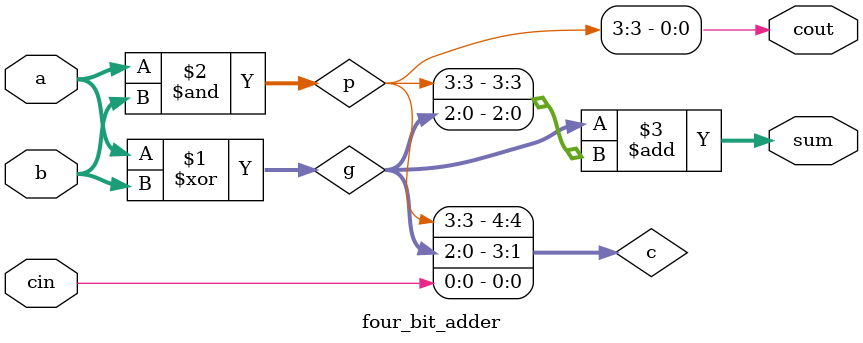
<source format=v>

module four_bit_adder (
    input [3:0] a,
    input [3:0] b,
    input cin,
    output [3:0] sum,
    output cout
);

    wire [4:0] c;
    wire [3:0] g;
    wire [3:0] p;

    assign g = a ^ b;
    assign p = a & b;

    assign c[0] = cin;
    assign c[4:1] = {p[3], g[2], g[1], g[0]};

    assign sum = g + c[4:1];
    assign cout = c[4];

endmodule
</source>
